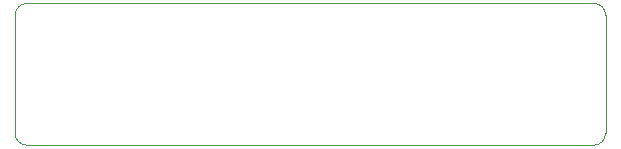
<source format=gbr>
%TF.GenerationSoftware,KiCad,Pcbnew,9.0.0-rc3*%
%TF.CreationDate,2025-06-04T22:11:30-04:00*%
%TF.ProjectId,rgb_led,7267625f-6c65-4642-9e6b-696361645f70,rev?*%
%TF.SameCoordinates,Original*%
%TF.FileFunction,Profile,NP*%
%FSLAX46Y46*%
G04 Gerber Fmt 4.6, Leading zero omitted, Abs format (unit mm)*
G04 Created by KiCad (PCBNEW 9.0.0-rc3) date 2025-06-04 22:11:30*
%MOMM*%
%LPD*%
G01*
G04 APERTURE LIST*
%TA.AperFunction,Profile*%
%ADD10C,0.050000*%
%TD*%
G04 APERTURE END LIST*
D10*
X168199999Y-83000001D02*
G75*
G02*
X169199999Y-84000001I1J-999999D01*
G01*
X119200000Y-84000000D02*
X119200000Y-94000000D01*
X119200000Y-84000000D02*
G75*
G02*
X120200000Y-83000000I1000000J0D01*
G01*
X120200000Y-95000000D02*
G75*
G02*
X119200000Y-94000000I0J1000000D01*
G01*
X120200000Y-83000000D02*
X168199999Y-83000001D01*
X120200000Y-95000000D02*
X168200000Y-95000000D01*
X169200000Y-94000000D02*
X169199999Y-84000001D01*
X169200000Y-94000000D02*
G75*
G02*
X168200000Y-95000000I-1000000J0D01*
G01*
M02*

</source>
